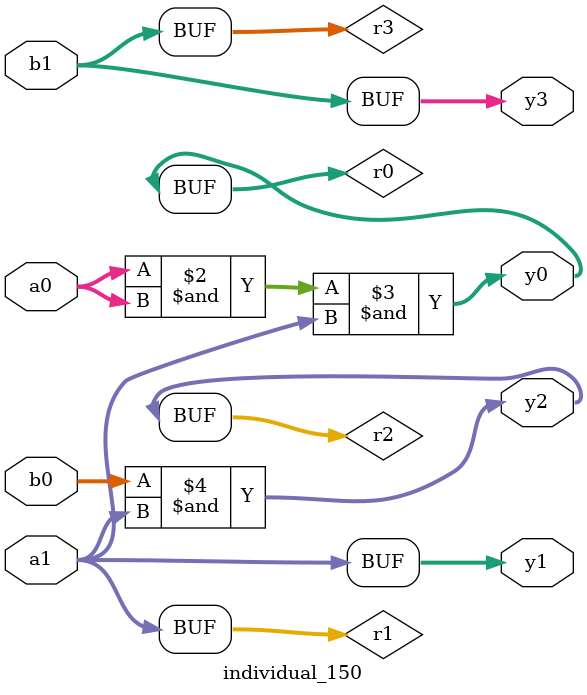
<source format=sv>
module individual_150(input logic [15:0] a1, input logic [15:0] a0, input logic [15:0] b1, input logic [15:0] b0, output logic [15:0] y3, output logic [15:0] y2, output logic [15:0] y1, output logic [15:0] y0);
logic [15:0] r0, r1, r2, r3; 
 always@(*) begin 
	 r0 = a0; r1 = a1; r2 = b0; r3 = b1; 
 	 r0  &=  a0 ;
 	 r0  &=  r1 ;
 	 r2  &=  a1 ;
 	 y3 = r3; y2 = r2; y1 = r1; y0 = r0; 
end
endmodule
</source>
